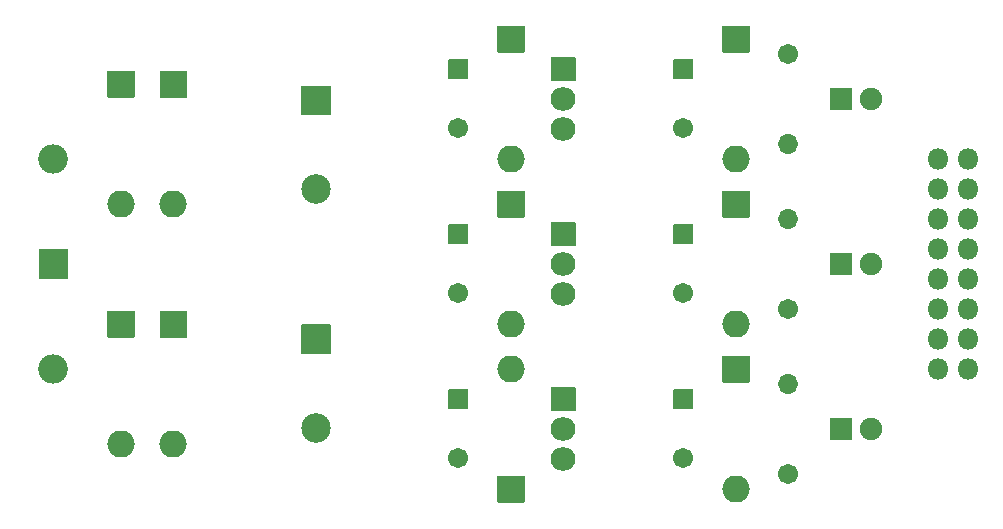
<source format=gbr>
G04 #@! TF.GenerationSoftware,KiCad,Pcbnew,5.1.7-a382d34a8~87~ubuntu16.04.1*
G04 #@! TF.CreationDate,2021-01-02T19:07:06+01:00*
G04 #@! TF.ProjectId,basic-bipolar-input-eurorack-power-supply,62617369-632d-4626-9970-6f6c61722d69,rev?*
G04 #@! TF.SameCoordinates,Original*
G04 #@! TF.FileFunction,Soldermask,Bot*
G04 #@! TF.FilePolarity,Negative*
%FSLAX46Y46*%
G04 Gerber Fmt 4.6, Leading zero omitted, Abs format (unit mm)*
G04 Created by KiCad (PCBNEW 5.1.7-a382d34a8~87~ubuntu16.04.1) date 2021-01-02 19:07:06*
%MOMM*%
%LPD*%
G01*
G04 APERTURE LIST*
%ADD10O,2.502000X2.502000*%
%ADD11O,1.802000X1.802000*%
%ADD12C,2.502000*%
%ADD13O,2.302000X2.302000*%
%ADD14C,1.902000*%
%ADD15O,1.702000X1.702000*%
%ADD16C,1.702000*%
%ADD17O,2.102000X2.007000*%
G04 APERTURE END LIST*
D10*
X24130000Y-29845000D03*
D11*
X99060000Y-12065000D03*
X101600000Y-12065000D03*
X99060000Y-14605000D03*
X101600000Y-14605000D03*
X99060000Y-17145000D03*
X101600000Y-17145000D03*
X99060000Y-19685000D03*
X101600000Y-19685000D03*
X99060000Y-22225000D03*
X101600000Y-22225000D03*
X99060000Y-24765000D03*
X101600000Y-24765000D03*
X99060000Y-27305000D03*
X101600000Y-27305000D03*
X99060000Y-29845000D03*
X101600000Y-29845000D03*
D10*
X24130000Y-12065000D03*
G36*
G01*
X22879000Y-22155000D02*
X22879000Y-19755000D01*
G75*
G02*
X22930000Y-19704000I51000J0D01*
G01*
X25330000Y-19704000D01*
G75*
G02*
X25381000Y-19755000I0J-51000D01*
G01*
X25381000Y-22155000D01*
G75*
G02*
X25330000Y-22206000I-51000J0D01*
G01*
X22930000Y-22206000D01*
G75*
G02*
X22879000Y-22155000I0J51000D01*
G01*
G37*
D12*
X46355000Y-14605000D03*
G36*
G01*
X45155000Y-5854000D02*
X47555000Y-5854000D01*
G75*
G02*
X47606000Y-5905000I0J-51000D01*
G01*
X47606000Y-8305000D01*
G75*
G02*
X47555000Y-8356000I-51000J0D01*
G01*
X45155000Y-8356000D01*
G75*
G02*
X45104000Y-8305000I0J51000D01*
G01*
X45104000Y-5905000D01*
G75*
G02*
X45155000Y-5854000I51000J0D01*
G01*
G37*
G36*
G01*
X45155000Y-26054000D02*
X47555000Y-26054000D01*
G75*
G02*
X47606000Y-26105000I0J-51000D01*
G01*
X47606000Y-28505000D01*
G75*
G02*
X47555000Y-28556000I-51000J0D01*
G01*
X45155000Y-28556000D01*
G75*
G02*
X45104000Y-28505000I0J51000D01*
G01*
X45104000Y-26105000D01*
G75*
G02*
X45155000Y-26054000I51000J0D01*
G01*
G37*
X46355000Y-34805000D03*
D13*
X29845000Y-15875000D03*
G36*
G01*
X28745000Y-4564000D02*
X30945000Y-4564000D01*
G75*
G02*
X30996000Y-4615000I0J-51000D01*
G01*
X30996000Y-6815000D01*
G75*
G02*
X30945000Y-6866000I-51000J0D01*
G01*
X28745000Y-6866000D01*
G75*
G02*
X28694000Y-6815000I0J51000D01*
G01*
X28694000Y-4615000D01*
G75*
G02*
X28745000Y-4564000I51000J0D01*
G01*
G37*
G36*
G01*
X28745000Y-24884000D02*
X30945000Y-24884000D01*
G75*
G02*
X30996000Y-24935000I0J-51000D01*
G01*
X30996000Y-27135000D01*
G75*
G02*
X30945000Y-27186000I-51000J0D01*
G01*
X28745000Y-27186000D01*
G75*
G02*
X28694000Y-27135000I0J51000D01*
G01*
X28694000Y-24935000D01*
G75*
G02*
X28745000Y-24884000I51000J0D01*
G01*
G37*
X29845000Y-36195000D03*
G36*
G01*
X89854000Y-21855000D02*
X89854000Y-20055000D01*
G75*
G02*
X89905000Y-20004000I51000J0D01*
G01*
X91705000Y-20004000D01*
G75*
G02*
X91756000Y-20055000I0J-51000D01*
G01*
X91756000Y-21855000D01*
G75*
G02*
X91705000Y-21906000I-51000J0D01*
G01*
X89905000Y-21906000D01*
G75*
G02*
X89854000Y-21855000I0J51000D01*
G01*
G37*
D14*
X93345000Y-20955000D03*
G36*
G01*
X89854000Y-35825000D02*
X89854000Y-34025000D01*
G75*
G02*
X89905000Y-33974000I51000J0D01*
G01*
X91705000Y-33974000D01*
G75*
G02*
X91756000Y-34025000I0J-51000D01*
G01*
X91756000Y-35825000D01*
G75*
G02*
X91705000Y-35876000I-51000J0D01*
G01*
X89905000Y-35876000D01*
G75*
G02*
X89854000Y-35825000I0J51000D01*
G01*
G37*
X93345000Y-34925000D03*
X93345000Y-6985000D03*
G36*
G01*
X89854000Y-7885000D02*
X89854000Y-6085000D01*
G75*
G02*
X89905000Y-6034000I51000J0D01*
G01*
X91705000Y-6034000D01*
G75*
G02*
X91756000Y-6085000I0J-51000D01*
G01*
X91756000Y-7885000D01*
G75*
G02*
X91705000Y-7936000I-51000J0D01*
G01*
X89905000Y-7936000D01*
G75*
G02*
X89854000Y-7885000I0J51000D01*
G01*
G37*
D15*
X86360000Y-17145000D03*
D16*
X86360000Y-24765000D03*
X86360000Y-38735000D03*
D15*
X86360000Y-31115000D03*
D16*
X86360000Y-3175000D03*
D15*
X86360000Y-10795000D03*
G36*
G01*
X66310000Y-17411500D02*
X68310000Y-17411500D01*
G75*
G02*
X68361000Y-17462500I0J-51000D01*
G01*
X68361000Y-19367500D01*
G75*
G02*
X68310000Y-19418500I-51000J0D01*
G01*
X66310000Y-19418500D01*
G75*
G02*
X66259000Y-19367500I0J51000D01*
G01*
X66259000Y-17462500D01*
G75*
G02*
X66310000Y-17411500I51000J0D01*
G01*
G37*
D17*
X67310000Y-20955000D03*
X67310000Y-23495000D03*
G36*
G01*
X66310000Y-31381500D02*
X68310000Y-31381500D01*
G75*
G02*
X68361000Y-31432500I0J-51000D01*
G01*
X68361000Y-33337500D01*
G75*
G02*
X68310000Y-33388500I-51000J0D01*
G01*
X66310000Y-33388500D01*
G75*
G02*
X66259000Y-33337500I0J51000D01*
G01*
X66259000Y-31432500D01*
G75*
G02*
X66310000Y-31381500I51000J0D01*
G01*
G37*
X67310000Y-34925000D03*
X67310000Y-37465000D03*
X67310000Y-9525000D03*
X67310000Y-6985000D03*
G36*
G01*
X66310000Y-3441500D02*
X68310000Y-3441500D01*
G75*
G02*
X68361000Y-3492500I0J-51000D01*
G01*
X68361000Y-5397500D01*
G75*
G02*
X68310000Y-5448500I-51000J0D01*
G01*
X66310000Y-5448500D01*
G75*
G02*
X66259000Y-5397500I0J51000D01*
G01*
X66259000Y-3492500D01*
G75*
G02*
X66310000Y-3441500I51000J0D01*
G01*
G37*
D16*
X58420000Y-23415000D03*
G36*
G01*
X57620000Y-17564000D02*
X59220000Y-17564000D01*
G75*
G02*
X59271000Y-17615000I0J-51000D01*
G01*
X59271000Y-19215000D01*
G75*
G02*
X59220000Y-19266000I-51000J0D01*
G01*
X57620000Y-19266000D01*
G75*
G02*
X57569000Y-19215000I0J51000D01*
G01*
X57569000Y-17615000D01*
G75*
G02*
X57620000Y-17564000I51000J0D01*
G01*
G37*
G36*
G01*
X57620000Y-31534000D02*
X59220000Y-31534000D01*
G75*
G02*
X59271000Y-31585000I0J-51000D01*
G01*
X59271000Y-33185000D01*
G75*
G02*
X59220000Y-33236000I-51000J0D01*
G01*
X57620000Y-33236000D01*
G75*
G02*
X57569000Y-33185000I0J51000D01*
G01*
X57569000Y-31585000D01*
G75*
G02*
X57620000Y-31534000I51000J0D01*
G01*
G37*
X58420000Y-37385000D03*
G36*
G01*
X57620000Y-3594000D02*
X59220000Y-3594000D01*
G75*
G02*
X59271000Y-3645000I0J-51000D01*
G01*
X59271000Y-5245000D01*
G75*
G02*
X59220000Y-5296000I-51000J0D01*
G01*
X57620000Y-5296000D01*
G75*
G02*
X57569000Y-5245000I0J51000D01*
G01*
X57569000Y-3645000D01*
G75*
G02*
X57620000Y-3594000I51000J0D01*
G01*
G37*
X58420000Y-9445000D03*
X77470000Y-23415000D03*
G36*
G01*
X76670000Y-17564000D02*
X78270000Y-17564000D01*
G75*
G02*
X78321000Y-17615000I0J-51000D01*
G01*
X78321000Y-19215000D01*
G75*
G02*
X78270000Y-19266000I-51000J0D01*
G01*
X76670000Y-19266000D01*
G75*
G02*
X76619000Y-19215000I0J51000D01*
G01*
X76619000Y-17615000D01*
G75*
G02*
X76670000Y-17564000I51000J0D01*
G01*
G37*
G36*
G01*
X76670000Y-31534000D02*
X78270000Y-31534000D01*
G75*
G02*
X78321000Y-31585000I0J-51000D01*
G01*
X78321000Y-33185000D01*
G75*
G02*
X78270000Y-33236000I-51000J0D01*
G01*
X76670000Y-33236000D01*
G75*
G02*
X76619000Y-33185000I0J51000D01*
G01*
X76619000Y-31585000D01*
G75*
G02*
X76670000Y-31534000I51000J0D01*
G01*
G37*
X77470000Y-37385000D03*
X77470000Y-9445000D03*
G36*
G01*
X76670000Y-3594000D02*
X78270000Y-3594000D01*
G75*
G02*
X78321000Y-3645000I0J-51000D01*
G01*
X78321000Y-5245000D01*
G75*
G02*
X78270000Y-5296000I-51000J0D01*
G01*
X76670000Y-5296000D01*
G75*
G02*
X76619000Y-5245000I0J51000D01*
G01*
X76619000Y-3645000D01*
G75*
G02*
X76670000Y-3594000I51000J0D01*
G01*
G37*
D13*
X34290000Y-15875000D03*
G36*
G01*
X33190000Y-4564000D02*
X35390000Y-4564000D01*
G75*
G02*
X35441000Y-4615000I0J-51000D01*
G01*
X35441000Y-6815000D01*
G75*
G02*
X35390000Y-6866000I-51000J0D01*
G01*
X33190000Y-6866000D01*
G75*
G02*
X33139000Y-6815000I0J51000D01*
G01*
X33139000Y-4615000D01*
G75*
G02*
X33190000Y-4564000I51000J0D01*
G01*
G37*
G36*
G01*
X33190000Y-24884000D02*
X35390000Y-24884000D01*
G75*
G02*
X35441000Y-24935000I0J-51000D01*
G01*
X35441000Y-27135000D01*
G75*
G02*
X35390000Y-27186000I-51000J0D01*
G01*
X33190000Y-27186000D01*
G75*
G02*
X33139000Y-27135000I0J51000D01*
G01*
X33139000Y-24935000D01*
G75*
G02*
X33190000Y-24884000I51000J0D01*
G01*
G37*
X34290000Y-36195000D03*
G36*
G01*
X80815000Y-14724000D02*
X83015000Y-14724000D01*
G75*
G02*
X83066000Y-14775000I0J-51000D01*
G01*
X83066000Y-16975000D01*
G75*
G02*
X83015000Y-17026000I-51000J0D01*
G01*
X80815000Y-17026000D01*
G75*
G02*
X80764000Y-16975000I0J51000D01*
G01*
X80764000Y-14775000D01*
G75*
G02*
X80815000Y-14724000I51000J0D01*
G01*
G37*
X81915000Y-26035000D03*
X81915000Y-40005000D03*
G36*
G01*
X80815000Y-28694000D02*
X83015000Y-28694000D01*
G75*
G02*
X83066000Y-28745000I0J-51000D01*
G01*
X83066000Y-30945000D01*
G75*
G02*
X83015000Y-30996000I-51000J0D01*
G01*
X80815000Y-30996000D01*
G75*
G02*
X80764000Y-30945000I0J51000D01*
G01*
X80764000Y-28745000D01*
G75*
G02*
X80815000Y-28694000I51000J0D01*
G01*
G37*
G36*
G01*
X80815000Y-754000D02*
X83015000Y-754000D01*
G75*
G02*
X83066000Y-805000I0J-51000D01*
G01*
X83066000Y-3005000D01*
G75*
G02*
X83015000Y-3056000I-51000J0D01*
G01*
X80815000Y-3056000D01*
G75*
G02*
X80764000Y-3005000I0J51000D01*
G01*
X80764000Y-805000D01*
G75*
G02*
X80815000Y-754000I51000J0D01*
G01*
G37*
X81915000Y-12065000D03*
G36*
G01*
X61765000Y-14724000D02*
X63965000Y-14724000D01*
G75*
G02*
X64016000Y-14775000I0J-51000D01*
G01*
X64016000Y-16975000D01*
G75*
G02*
X63965000Y-17026000I-51000J0D01*
G01*
X61765000Y-17026000D01*
G75*
G02*
X61714000Y-16975000I0J51000D01*
G01*
X61714000Y-14775000D01*
G75*
G02*
X61765000Y-14724000I51000J0D01*
G01*
G37*
X62865000Y-26035000D03*
X62865000Y-29845000D03*
G36*
G01*
X63965000Y-41156000D02*
X61765000Y-41156000D01*
G75*
G02*
X61714000Y-41105000I0J51000D01*
G01*
X61714000Y-38905000D01*
G75*
G02*
X61765000Y-38854000I51000J0D01*
G01*
X63965000Y-38854000D01*
G75*
G02*
X64016000Y-38905000I0J-51000D01*
G01*
X64016000Y-41105000D01*
G75*
G02*
X63965000Y-41156000I-51000J0D01*
G01*
G37*
G36*
G01*
X61765000Y-754000D02*
X63965000Y-754000D01*
G75*
G02*
X64016000Y-805000I0J-51000D01*
G01*
X64016000Y-3005000D01*
G75*
G02*
X63965000Y-3056000I-51000J0D01*
G01*
X61765000Y-3056000D01*
G75*
G02*
X61714000Y-3005000I0J51000D01*
G01*
X61714000Y-805000D01*
G75*
G02*
X61765000Y-754000I51000J0D01*
G01*
G37*
X62865000Y-12065000D03*
M02*

</source>
